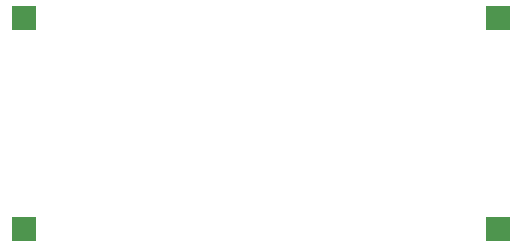
<source format=gbr>
%TF.GenerationSoftware,KiCad,Pcbnew,9.0.4*%
%TF.CreationDate,2025-08-21T12:34:08-03:00*%
%TF.ProjectId,EMI_SS_Supply_Electgpl,454d495f-5353-45f5-9375-70706c795f45,rev?*%
%TF.SameCoordinates,Original*%
%TF.FileFunction,Soldermask,Bot*%
%TF.FilePolarity,Negative*%
%FSLAX46Y46*%
G04 Gerber Fmt 4.6, Leading zero omitted, Abs format (unit mm)*
G04 Created by KiCad (PCBNEW 9.0.4) date 2025-08-21 12:34:08*
%MOMM*%
%LPD*%
G01*
G04 APERTURE LIST*
%ADD10R,2.000000X2.000000*%
G04 APERTURE END LIST*
D10*
%TO.C,TP4*%
X141800000Y-99600000D03*
%TD*%
%TO.C,TP3*%
X141800000Y-81700000D03*
%TD*%
%TO.C,TP1*%
X101700000Y-81700000D03*
%TD*%
%TO.C,TP2*%
X101700000Y-99600000D03*
%TD*%
M02*

</source>
